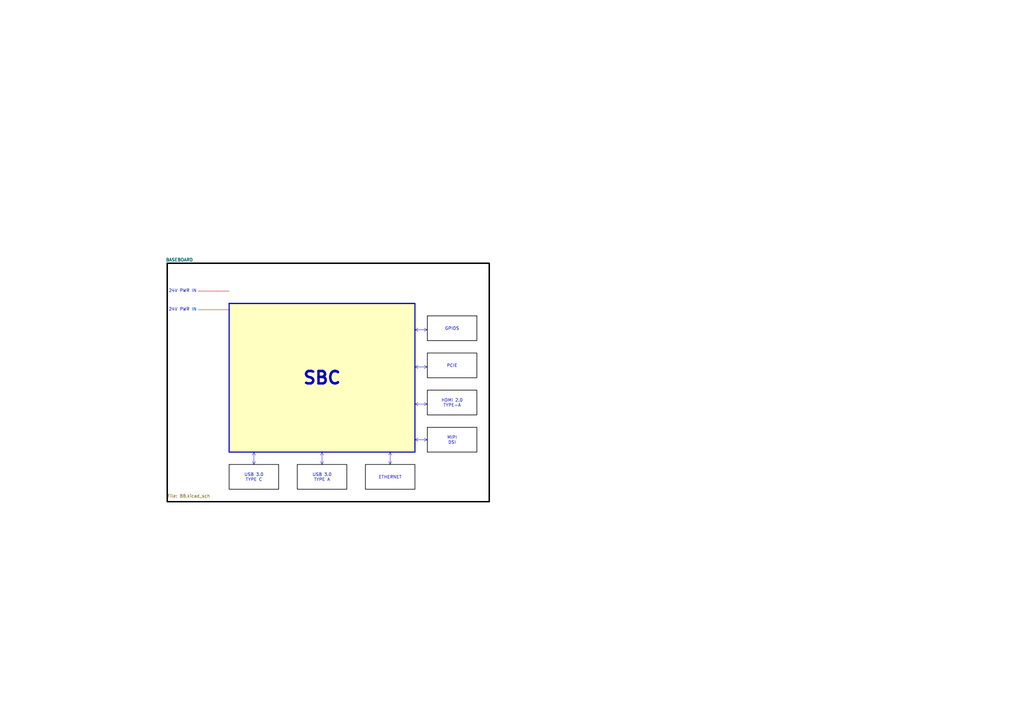
<source format=kicad_sch>
(kicad_sch (version 20230819) (generator eeschema)
  (paper "A3")
  (lib_symbols)
  (polyline (pts (xy 160.655 186.69) (xy 160.02 185.42)))
  (polyline (pts (xy 171.45 134.62) (xy 170.18 135.255)))
  (polyline (pts (xy 132.715 186.69) (xy 132.08 185.42)))
  (polyline (pts (xy 173.99 180.975) (xy 175.26 180.34)))
  (polyline (pts (xy 170.18 135.255) (xy 171.45 135.89)))
  (polyline (pts (xy 132.08 185.42) (xy 132.08 190.5)))
  (polyline (pts (xy 170.18 135.255) (xy 175.26 135.255)))
  (polyline (pts (xy 173.99 151.13) (xy 175.26 150.495)))
  (polyline (pts (xy 170.18 165.735) (xy 171.45 166.37)))
  (polyline (pts (xy 171.45 149.86) (xy 170.18 150.495)))
  (polyline (pts (xy 173.99 165.1) (xy 175.26 165.735)))
  (polyline (pts (xy 171.45 179.705) (xy 170.18 180.34)))
  (polyline (pts (xy 173.99 179.705) (xy 175.26 180.34)))
  (polyline (pts (xy 88.9 127) (xy 93.98 127)) (stroke (width 0) (color 194 0 0 1)))
  (polyline (pts (xy 81.28 127) (xy 88.9 127)) (stroke (width 0) (color 194 0 0 1)))
  (polyline (pts (xy 104.14 185.42) (xy 103.505 186.69)))
  (polyline (pts (xy 173.99 134.62) (xy 175.26 135.255)))
  (polyline (pts (xy 171.45 165.1) (xy 170.18 165.735)))
  (polyline (pts (xy 104.775 186.69) (xy 104.14 185.42)))
  (polyline (pts (xy 132.715 189.23) (xy 132.08 190.5)))
  (polyline (pts (xy 132.08 185.42) (xy 131.445 186.69)))
  (polyline (pts (xy 88.9 119.38) (xy 93.98 119.38)) (stroke (width 0) (color 194 0 0 1)))
  (polyline (pts (xy 170.18 150.495) (xy 175.26 150.495)))
  (polyline (pts (xy 104.14 185.42) (xy 104.14 190.5)))
  (polyline (pts (xy 104.775 189.23) (xy 104.14 190.5)))
  (polyline (pts (xy 160.02 185.42) (xy 159.385 186.69)))
  (polyline (pts (xy 160.655 189.23) (xy 160.02 190.5)))
  (polyline (pts (xy 173.99 149.86) (xy 175.26 150.495)))
  (polyline (pts (xy 160.02 185.42) (xy 160.02 190.5)))
  (polyline (pts (xy 170.18 180.34) (xy 171.45 180.975)))
  (polyline (pts (xy 170.18 150.495) (xy 171.45 151.13)))
  (polyline (pts (xy 103.505 189.23) (xy 104.14 190.5)))
  (polyline (pts (xy 173.99 135.89) (xy 175.26 135.255)))
  (polyline (pts (xy 131.445 189.23) (xy 132.08 190.5)))
  (polyline (pts (xy 159.385 189.23) (xy 160.02 190.5)))
  (polyline (pts (xy 173.99 166.37) (xy 175.26 165.735)))
  (polyline (pts (xy 170.18 180.34) (xy 175.26 180.34)))
  (polyline (pts (xy 81.28 119.38) (xy 88.9 119.38)) (stroke (width 0) (color 194 0 0 1)))
  (polyline (pts (xy 170.18 165.735) (xy 175.26 165.735)))
  (text_box "GPIOS" (at 175.26 129.54 0) (size 20.32 10.16) (stroke (width 0.254) (color 0 0 0 1)) (effects (font (size 1.27 1.27))))
  (text_box "SBC" (at 93.98 124.46 0) (size 76.2 60.96) (stroke (width 0.508)) (fill (type color) (color 255 255 194 1)) (effects (font (size 5.08 5.08) (thickness 1.016) bold)))
  (text_box "PCIE" (at 175.26 144.78 0) (size 20.32 10.16) (stroke (width 0.254) (color 0 0 0 1)) (effects (font (size 1.27 1.27))))
  (text_box "USB 3.0\nTYPE A" (at 121.92 190.5 0) (size 20.32 10.16) (stroke (width 0.254) (color 0 0 0 1)) (effects (font (size 1.27 1.27))))
  (text_box "ETHERNET" (at 149.86 190.5 0) (size 20.32 10.16) (stroke (width 0.254) (color 0 0 0 1)) (effects (font (size 1.27 1.27))))
  (text_box "HDMI 2.0\nTYPE-A" (at 175.26 160.02 0) (size 20.32 10.16) (stroke (width 0.254) (color 0 0 0 1)) (effects (font (size 1.27 1.27))))
  (text_box "USB 3.0 \nTYPE C" (at 93.98 190.5 0) (size 20.32 10.16) (stroke (width 0.254) (color 0 0 0 1)) (effects (font (size 1.27 1.27))))
  (text_box "MIPI\nDSI" (at 175.26 175.26 0) (size 20.32 10.16) (stroke (width 0.254) (color 0 0 0 1)) (effects (font (size 1.27 1.27))))
  (text "24V PWR IN" (at 74.93 119.38 0) (effects (font (size 1.27 1.27))))
  (text "24V PWR IN" (at 74.93 127 0) (effects (font (size 1.27 1.27))))
  (sheet (at 68.58 107.95) (size 132.08 97.79) (stroke (width 0.508) (color 0 0 0 1))
    (property "Sheetname" "BASEBOARD" (at 67.945 107.315 0) (effects (font bold) (justify left bottom)))
    (property "Sheetfile" "BB.kicad_sch" (at 68.58 202.6924 0) (effects (justify left top)))
  )
)
</source>
